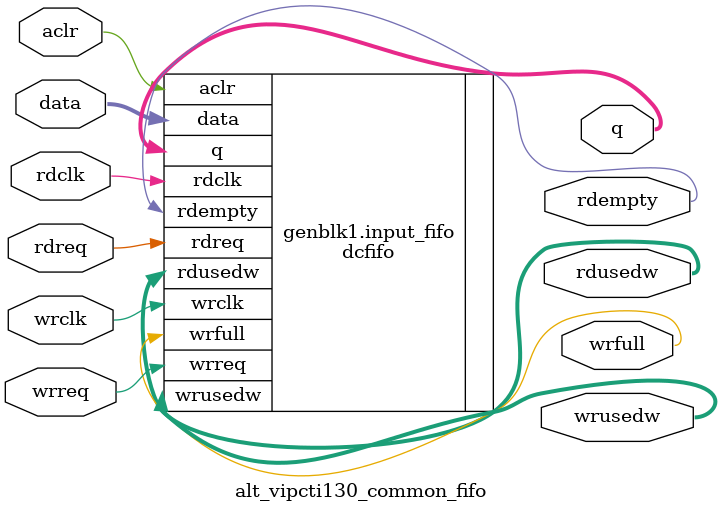
<source format=v>
module alt_vipcti130_common_fifo(
    wrclk,
    rdreq,
    aclr,
    rdclk,
    wrreq,
    data,
    rdusedw,
    rdempty,
    wrusedw,
    wrfull,
    q);

function integer alt_clogb2;
  input [31:0] value;
  integer i;
  begin
    alt_clogb2 = 32;
    for (i=31; i>0; i=i-1) begin
      if (2**i>=value)
        alt_clogb2 = i;
    end
  end
endfunction

parameter DATA_WIDTH = 20;
parameter FIFO_DEPTH = 1920;
parameter CLOCKS_ARE_SAME = 0;

parameter DATA_WIDTHU = alt_clogb2(FIFO_DEPTH);    

input wrclk;
input rdreq;
input aclr;
input rdclk;
input wrreq;
input [DATA_WIDTH-1:0] data;
output [DATA_WIDTHU-1:0] rdusedw;
output rdempty;
output [DATA_WIDTHU-1:0] wrusedw;
output wrfull;
output [DATA_WIDTH-1:0] q;

generate
    if(CLOCKS_ARE_SAME) begin
        assign rdusedw = wrusedw;
        
        scfifo input_fifo(
		    .rdreq(rdreq),
            .aclr(aclr),
			.clock(wrclk),
			.wrreq(wrreq),
			.data(data),
			.empty(rdempty),
			.full(wrfull),
            .usedw(wrusedw),
            .q(q));

        defparam
		    input_fifo.add_ram_output_register = "OFF",
            input_fifo.lpm_hint = "MAXIMIZE_SPEED=7,",      
            input_fifo.lpm_numwords = FIFO_DEPTH,
            input_fifo.lpm_showahead = "OFF",
            input_fifo.lpm_type = "scfifo",
            input_fifo.lpm_width = DATA_WIDTH,
            input_fifo.lpm_widthu = DATA_WIDTHU,
            input_fifo.overflow_checking = "OFF",
            input_fifo.underflow_checking = "OFF",
            input_fifo.use_eab = "ON";
    end else begin
        dcfifo input_fifo(
            .wrclk(wrclk),
            .rdreq(rdreq),
            .aclr(aclr),
            .rdclk(rdclk),
            .wrreq(wrreq),
            .data(data),
            .rdusedw(rdusedw),
            .rdempty(rdempty),
            .wrfull(wrfull),
            .wrusedw(wrusedw),
            .q(q));

        defparam
            input_fifo.lpm_hint = "MAXIMIZE_SPEED=7,",
            input_fifo.lpm_numwords = FIFO_DEPTH,
            input_fifo.lpm_showahead = "OFF",
            input_fifo.lpm_type = "dcfifo",
            input_fifo.lpm_width = DATA_WIDTH,
            input_fifo.lpm_widthu = DATA_WIDTHU,
            input_fifo.overflow_checking = "OFF",
            input_fifo.rdsync_delaypipe = 5,
            input_fifo.underflow_checking = "OFF",
            input_fifo.use_eab = "ON",
            input_fifo.wrsync_delaypipe = 5,
            input_fifo.read_aclr_synch = "ON";
    end
endgenerate

endmodule

</source>
